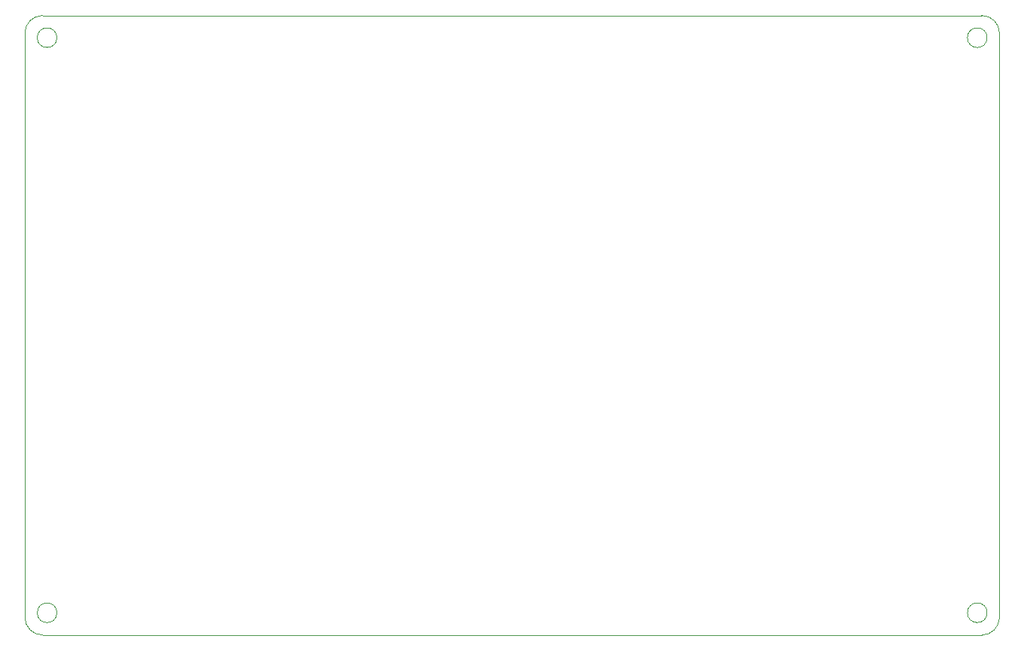
<source format=gbr>
G04 #@! TF.GenerationSoftware,KiCad,Pcbnew,(5.1.9)-1*
G04 #@! TF.CreationDate,2021-05-02T14:29:51+01:00*
G04 #@! TF.ProjectId,EnvMCRO,456e764d-4352-44f2-9e6b-696361645f70,rev?*
G04 #@! TF.SameCoordinates,Original*
G04 #@! TF.FileFunction,Legend,Bot*
G04 #@! TF.FilePolarity,Positive*
%FSLAX46Y46*%
G04 Gerber Fmt 4.6, Leading zero omitted, Abs format (unit mm)*
G04 Created by KiCad (PCBNEW (5.1.9)-1) date 2021-05-02 14:29:51*
%MOMM*%
%LPD*%
G01*
G04 APERTURE LIST*
G04 #@! TA.AperFunction,Profile*
%ADD10C,0.100000*%
G04 #@! TD*
G04 APERTURE END LIST*
D10*
X67005200Y-41300400D02*
G75*
G03*
X67005200Y-41300400I-1104496J0D01*
G01*
X67005200Y-105994200D02*
G75*
G03*
X67005200Y-105994200I-1104496J0D01*
G01*
X171602400Y-105994200D02*
G75*
G03*
X171602400Y-105994200I-1104496J0D01*
G01*
X171602400Y-41300400D02*
G75*
G03*
X171602400Y-41300400I-1104496J0D01*
G01*
X171000000Y-38800000D02*
G75*
G02*
X173000000Y-40800000I0J-2000000D01*
G01*
X173000000Y-106500000D02*
G75*
G02*
X171000000Y-108500000I-2000000J0D01*
G01*
X65400000Y-108500000D02*
G75*
G02*
X63400000Y-106500000I0J2000000D01*
G01*
X63400000Y-40800000D02*
X63400000Y-106500000D01*
X171000000Y-38800000D02*
X65400000Y-38800000D01*
X63400000Y-40800000D02*
G75*
G02*
X65400000Y-38800000I2000000J0D01*
G01*
X173000000Y-106500000D02*
X173000000Y-40800000D01*
X65400000Y-108500000D02*
X171000000Y-108500000D01*
M02*

</source>
